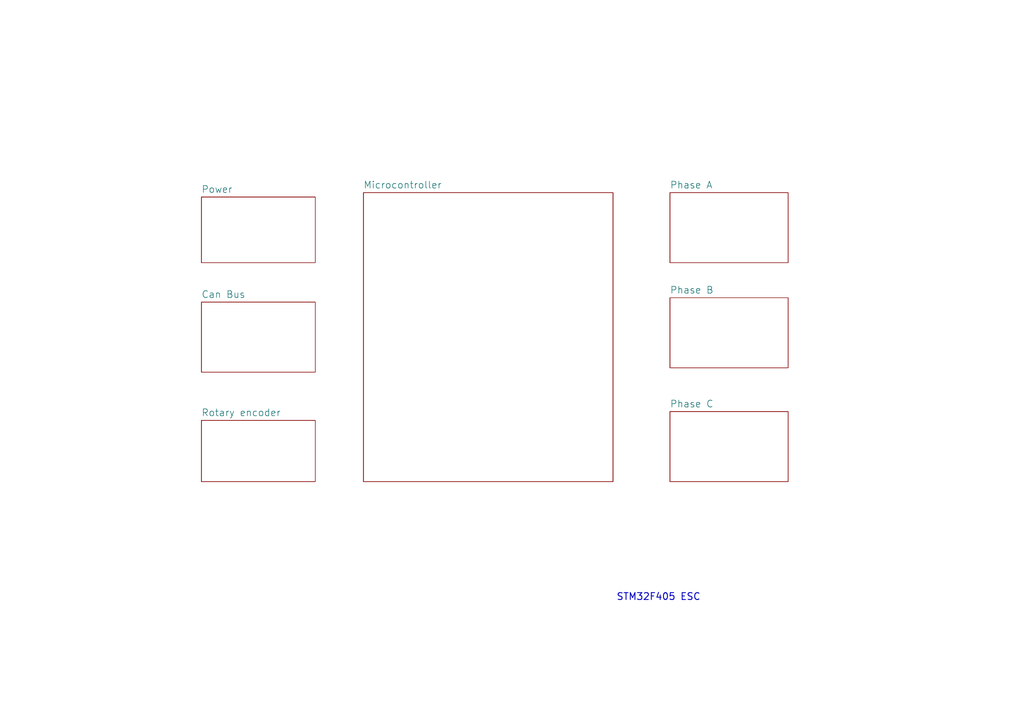
<source format=kicad_sch>
(kicad_sch
	(version 20250114)
	(generator "eeschema")
	(generator_version "9.0")
	(uuid "2a01873c-957a-4ca2-97b2-51cbc5d7526f")
	(paper "A4")
	(title_block
		(title "STM32F405 ESC")
		(rev "0.0.1")
		(company "mangoByte")
	)
	(lib_symbols)
	(text "STM32F405 ESC"
		(exclude_from_sim no)
		(at 191.008 173.228 0)
		(effects
			(font
				(size 2 2)
				(thickness 0.254)
				(bold yes)
			)
		)
		(uuid "938e4973-dd80-46db-af81-88a4c141f9fb")
	)
	(sheet
		(at 194.31 55.88)
		(size 34.29 20.32)
		(exclude_from_sim no)
		(in_bom yes)
		(on_board yes)
		(dnp no)
		(fields_autoplaced yes)
		(stroke
			(width 0.1524)
			(type solid)
		)
		(fill
			(color 0 0 0 0.0000)
		)
		(uuid "007f84fe-4e1d-48db-b594-48a4bbf7e8a4")
		(property "Sheetname" "Phase A"
			(at 194.31 54.8034 0)
			(effects
				(font
					(size 2 2)
				)
				(justify left bottom)
			)
		)
		(property "Sheetfile" "3_phase_A.kicad_sch"
			(at 194.31 76.7846 0)
			(effects
				(font
					(size 1.27 1.27)
				)
				(justify left top)
				(hide yes)
			)
		)
		(instances
			(project "STM32-ESC"
				(path "/2a01873c-957a-4ca2-97b2-51cbc5d7526f"
					(page "3")
				)
			)
		)
	)
	(sheet
		(at 58.42 121.92)
		(size 33.02 17.78)
		(exclude_from_sim no)
		(in_bom yes)
		(on_board yes)
		(dnp no)
		(fields_autoplaced yes)
		(stroke
			(width 0.1524)
			(type solid)
		)
		(fill
			(color 0 0 0 0.0000)
		)
		(uuid "082b2d32-8ee3-4a47-a658-685f7a60779f")
		(property "Sheetname" "Rotary encoder"
			(at 58.42 120.8434 0)
			(effects
				(font
					(size 2 2)
				)
				(justify left bottom)
			)
		)
		(property "Sheetfile" "rotary_encoder.kicad_sch"
			(at 58.42 140.2846 0)
			(effects
				(font
					(size 1.27 1.27)
				)
				(justify left top)
				(hide yes)
			)
		)
		(instances
			(project "STM32-ESC"
				(path "/2a01873c-957a-4ca2-97b2-51cbc5d7526f"
					(page "8")
				)
			)
		)
	)
	(sheet
		(at 194.31 119.38)
		(size 34.29 20.32)
		(exclude_from_sim no)
		(in_bom yes)
		(on_board yes)
		(dnp no)
		(fields_autoplaced yes)
		(stroke
			(width 0.1524)
			(type solid)
		)
		(fill
			(color 0 0 0 0.0000)
		)
		(uuid "1c296745-01fc-430f-aa47-a1a466732310")
		(property "Sheetname" "Phase C"
			(at 194.31 118.3034 0)
			(effects
				(font
					(size 2 2)
				)
				(justify left bottom)
			)
		)
		(property "Sheetfile" "5_phase_C.kicad_sch"
			(at 194.31 140.2846 0)
			(effects
				(font
					(size 1.27 1.27)
				)
				(justify left top)
				(hide yes)
			)
		)
		(instances
			(project "STM32-ESC"
				(path "/2a01873c-957a-4ca2-97b2-51cbc5d7526f"
					(page "5")
				)
			)
		)
	)
	(sheet
		(at 58.42 57.15)
		(size 33.02 19.05)
		(exclude_from_sim no)
		(in_bom yes)
		(on_board yes)
		(dnp no)
		(fields_autoplaced yes)
		(stroke
			(width 0.1524)
			(type solid)
		)
		(fill
			(color 0 0 0 0.0000)
		)
		(uuid "33622d9f-69f1-4212-b1eb-3572dac5d911")
		(property "Sheetname" "Power"
			(at 58.42 56.0734 0)
			(effects
				(font
					(size 2 2)
				)
				(justify left bottom)
			)
		)
		(property "Sheetfile" "1_power.kicad_sch"
			(at 58.42 76.7846 0)
			(effects
				(font
					(size 1.27 1.27)
				)
				(justify left top)
				(hide yes)
			)
		)
		(instances
			(project "STM32-ESC"
				(path "/2a01873c-957a-4ca2-97b2-51cbc5d7526f"
					(page "6")
				)
			)
		)
	)
	(sheet
		(at 105.41 55.88)
		(size 72.39 83.82)
		(exclude_from_sim no)
		(in_bom yes)
		(on_board yes)
		(dnp no)
		(fields_autoplaced yes)
		(stroke
			(width 0.1524)
			(type solid)
		)
		(fill
			(color 0 0 0 0.0000)
		)
		(uuid "4118c17c-287f-4b04-aa5f-104ce24cc406")
		(property "Sheetname" "Microcontroller"
			(at 105.41 54.8034 0)
			(effects
				(font
					(size 2 2)
				)
				(justify left bottom)
			)
		)
		(property "Sheetfile" "2_microcontroller.kicad_sch"
			(at 105.41 140.2846 0)
			(effects
				(font
					(size 1.27 1.27)
				)
				(justify left top)
				(hide yes)
			)
		)
		(instances
			(project "STM32-ESC"
				(path "/2a01873c-957a-4ca2-97b2-51cbc5d7526f"
					(page "2")
				)
			)
		)
	)
	(sheet
		(at 58.42 87.63)
		(size 33.02 20.32)
		(exclude_from_sim no)
		(in_bom yes)
		(on_board yes)
		(dnp no)
		(fields_autoplaced yes)
		(stroke
			(width 0.1524)
			(type solid)
		)
		(fill
			(color 0 0 0 0.0000)
		)
		(uuid "6aac17aa-d1d5-4ba9-9256-45c3f86e9855")
		(property "Sheetname" "Can Bus"
			(at 58.42 86.5534 0)
			(effects
				(font
					(size 2 2)
				)
				(justify left bottom)
			)
		)
		(property "Sheetfile" "can_bus.kicad_sch"
			(at 58.42 108.5346 0)
			(effects
				(font
					(size 1.27 1.27)
				)
				(justify left top)
				(hide yes)
			)
		)
		(instances
			(project "STM32-ESC"
				(path "/2a01873c-957a-4ca2-97b2-51cbc5d7526f"
					(page "7")
				)
			)
		)
	)
	(sheet
		(at 194.31 86.36)
		(size 34.29 20.32)
		(exclude_from_sim no)
		(in_bom yes)
		(on_board yes)
		(dnp no)
		(fields_autoplaced yes)
		(stroke
			(width 0.1524)
			(type solid)
		)
		(fill
			(color 0 0 0 0.0000)
		)
		(uuid "ed2452ac-fad5-4810-9107-a90d518da50c")
		(property "Sheetname" "Phase B"
			(at 194.31 85.2834 0)
			(effects
				(font
					(size 2 2)
				)
				(justify left bottom)
			)
		)
		(property "Sheetfile" "4_phase_B.kicad_sch"
			(at 194.31 107.2646 0)
			(effects
				(font
					(size 1.27 1.27)
				)
				(justify left top)
				(hide yes)
			)
		)
		(instances
			(project "STM32-ESC"
				(path "/2a01873c-957a-4ca2-97b2-51cbc5d7526f"
					(page "4")
				)
			)
		)
	)
	(sheet_instances
		(path "/"
			(page "1")
		)
	)
	(embedded_fonts no)
)

</source>
